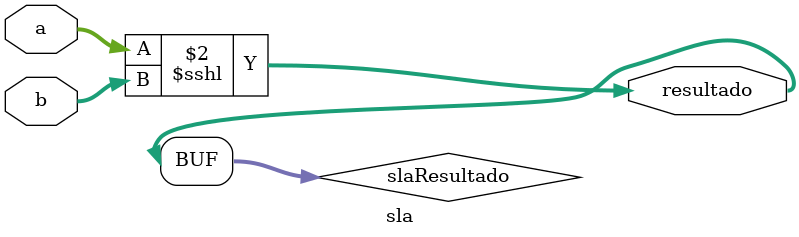
<source format=sv>
module sla #(parameter N = 3)(input logic [N-1:0] a, b, output logic [N-1:0] resultado);

    logic signed [N-1:0] slaResultado;

    always_comb begin
        slaResultado = a <<< b;
    end

    assign resultado = slaResultado;

endmodule 
</source>
